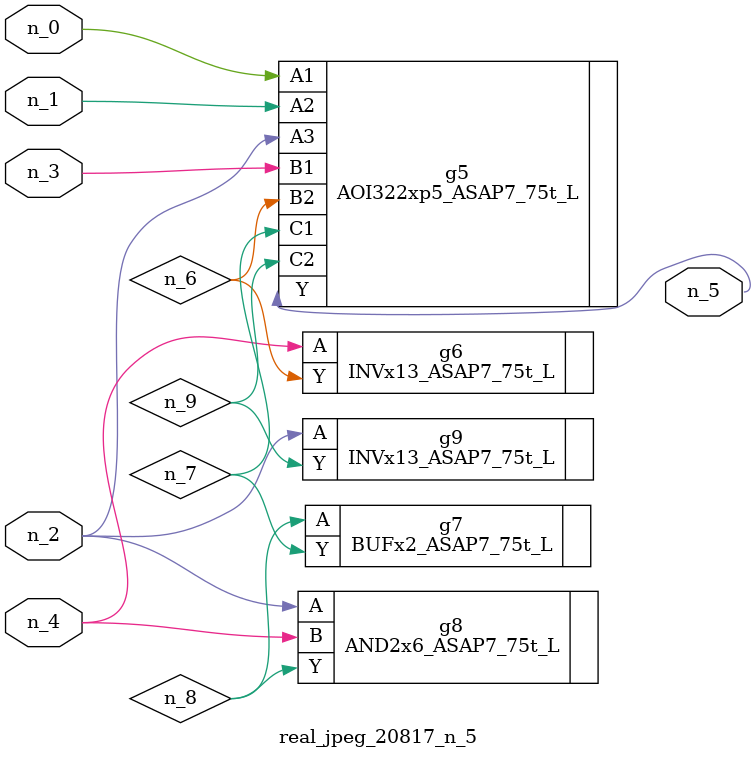
<source format=v>
module real_jpeg_20817_n_5 (n_4, n_0, n_1, n_2, n_3, n_5);

input n_4;
input n_0;
input n_1;
input n_2;
input n_3;

output n_5;

wire n_8;
wire n_6;
wire n_7;
wire n_9;

AOI322xp5_ASAP7_75t_L g5 ( 
.A1(n_0),
.A2(n_1),
.A3(n_2),
.B1(n_3),
.B2(n_6),
.C1(n_7),
.C2(n_9),
.Y(n_5)
);

AND2x6_ASAP7_75t_L g8 ( 
.A(n_2),
.B(n_4),
.Y(n_8)
);

INVx13_ASAP7_75t_L g9 ( 
.A(n_2),
.Y(n_9)
);

INVx13_ASAP7_75t_L g6 ( 
.A(n_4),
.Y(n_6)
);

BUFx2_ASAP7_75t_L g7 ( 
.A(n_8),
.Y(n_7)
);


endmodule
</source>
